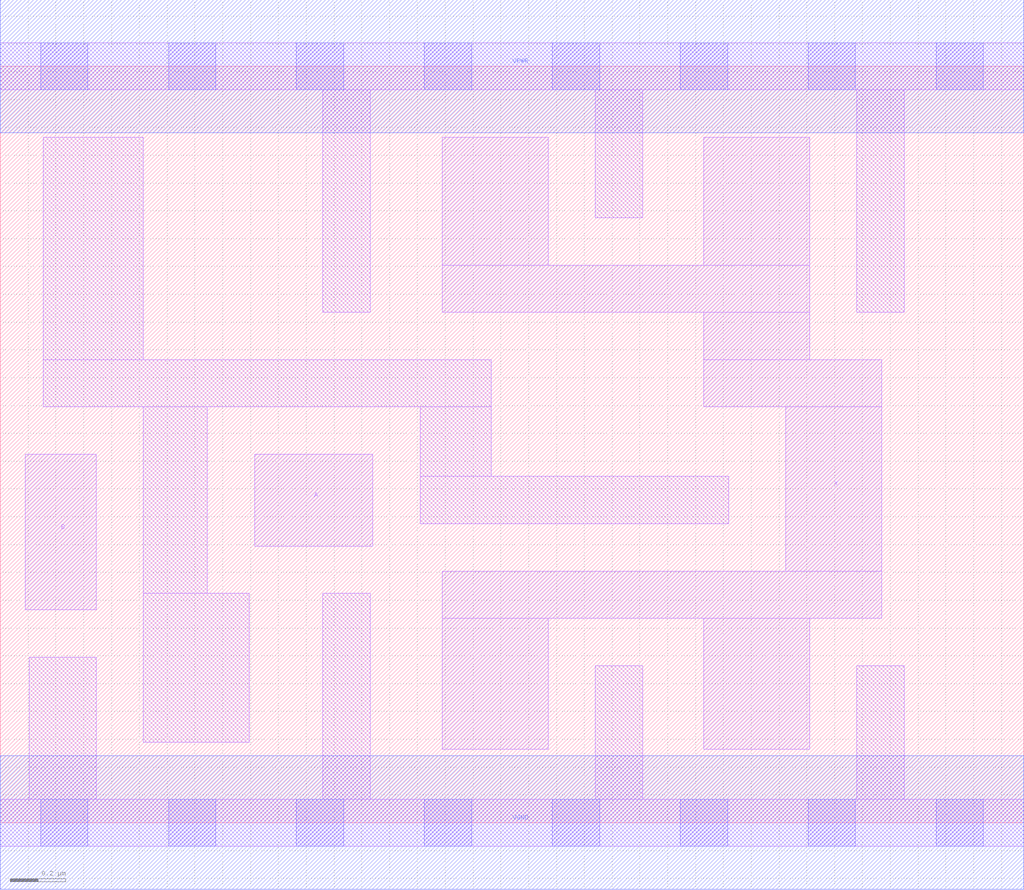
<source format=lef>
# Copyright 2020 The SkyWater PDK Authors
#
# Licensed under the Apache License, Version 2.0 (the "License");
# you may not use this file except in compliance with the License.
# You may obtain a copy of the License at
#
#     https://www.apache.org/licenses/LICENSE-2.0
#
# Unless required by applicable law or agreed to in writing, software
# distributed under the License is distributed on an "AS IS" BASIS,
# WITHOUT WARRANTIES OR CONDITIONS OF ANY KIND, either express or implied.
# See the License for the specific language governing permissions and
# limitations under the License.
#
# SPDX-License-Identifier: Apache-2.0

VERSION 5.7 ;
  NAMESCASESENSITIVE ON ;
  NOWIREEXTENSIONATPIN ON ;
  DIVIDERCHAR "/" ;
  BUSBITCHARS "[]" ;
UNITS
  DATABASE MICRONS 200 ;
END UNITS
PROPERTYDEFINITIONS
  MACRO maskLayoutSubType STRING ;
  MACRO prCellType STRING ;
  MACRO originalViewName STRING ;
END PROPERTYDEFINITIONS
MACRO sky130_fd_sc_hdll__or2_4
  CLASS CORE ;
  FOREIGN sky130_fd_sc_hdll__or2_4 ;
  ORIGIN  0.000000  0.000000 ;
  SIZE  3.680000 BY  2.720000 ;
  SYMMETRY X Y R90 ;
  SITE unithd ;
  PIN A
    ANTENNAGATEAREA  0.277500 ;
    DIRECTION INPUT ;
    USE SIGNAL ;
    PORT
      LAYER li1 ;
        RECT 0.915000 0.995000 1.340000 1.325000 ;
    END
  END A
  PIN B
    ANTENNAGATEAREA  0.277500 ;
    DIRECTION INPUT ;
    USE SIGNAL ;
    PORT
      LAYER li1 ;
        RECT 0.090000 0.765000 0.345000 1.325000 ;
    END
  END B
  PIN VGND
    ANTENNADIFFAREA  0.841750 ;
    DIRECTION INOUT ;
    USE SIGNAL ;
    PORT
      LAYER met1 ;
        RECT 0.000000 -0.240000 3.680000 0.240000 ;
    END
  END VGND
  PIN VPWR
    ANTENNADIFFAREA  0.955000 ;
    DIRECTION INOUT ;
    USE SIGNAL ;
    PORT
      LAYER met1 ;
        RECT 0.000000 2.480000 3.680000 2.960000 ;
    END
  END VPWR
  PIN X
    ANTENNADIFFAREA  1.028500 ;
    DIRECTION OUTPUT ;
    USE SIGNAL ;
    PORT
      LAYER li1 ;
        RECT 1.590000 0.265000 1.970000 0.735000 ;
        RECT 1.590000 0.735000 3.170000 0.905000 ;
        RECT 1.590000 1.835000 2.910000 2.005000 ;
        RECT 1.590000 2.005000 1.970000 2.465000 ;
        RECT 2.530000 0.265000 2.910000 0.735000 ;
        RECT 2.530000 1.495000 3.170000 1.665000 ;
        RECT 2.530000 1.665000 2.910000 1.835000 ;
        RECT 2.530000 2.005000 2.910000 2.465000 ;
        RECT 2.825000 0.905000 3.170000 1.495000 ;
    END
  END X
  OBS
    LAYER li1 ;
      RECT 0.000000 -0.085000 3.680000 0.085000 ;
      RECT 0.000000  2.635000 3.680000 2.805000 ;
      RECT 0.105000  0.085000 0.345000 0.595000 ;
      RECT 0.155000  1.495000 1.765000 1.665000 ;
      RECT 0.155000  1.665000 0.515000 2.465000 ;
      RECT 0.515000  0.290000 0.895000 0.825000 ;
      RECT 0.515000  0.825000 0.745000 1.495000 ;
      RECT 1.160000  0.085000 1.330000 0.825000 ;
      RECT 1.160000  1.835000 1.330000 2.635000 ;
      RECT 1.510000  1.075000 2.620000 1.245000 ;
      RECT 1.510000  1.245000 1.765000 1.495000 ;
      RECT 2.140000  0.085000 2.310000 0.565000 ;
      RECT 2.140000  2.175000 2.310000 2.635000 ;
      RECT 3.080000  0.085000 3.250000 0.565000 ;
      RECT 3.080000  1.835000 3.250000 2.635000 ;
    LAYER mcon ;
      RECT 0.145000 -0.085000 0.315000 0.085000 ;
      RECT 0.145000  2.635000 0.315000 2.805000 ;
      RECT 0.605000 -0.085000 0.775000 0.085000 ;
      RECT 0.605000  2.635000 0.775000 2.805000 ;
      RECT 1.065000 -0.085000 1.235000 0.085000 ;
      RECT 1.065000  2.635000 1.235000 2.805000 ;
      RECT 1.525000 -0.085000 1.695000 0.085000 ;
      RECT 1.525000  2.635000 1.695000 2.805000 ;
      RECT 1.985000 -0.085000 2.155000 0.085000 ;
      RECT 1.985000  2.635000 2.155000 2.805000 ;
      RECT 2.445000 -0.085000 2.615000 0.085000 ;
      RECT 2.445000  2.635000 2.615000 2.805000 ;
      RECT 2.905000 -0.085000 3.075000 0.085000 ;
      RECT 2.905000  2.635000 3.075000 2.805000 ;
      RECT 3.365000 -0.085000 3.535000 0.085000 ;
      RECT 3.365000  2.635000 3.535000 2.805000 ;
  END
  PROPERTY maskLayoutSubType "abstract" ;
  PROPERTY prCellType "standard" ;
  PROPERTY originalViewName "layout" ;
END sky130_fd_sc_hdll__or2_4

</source>
